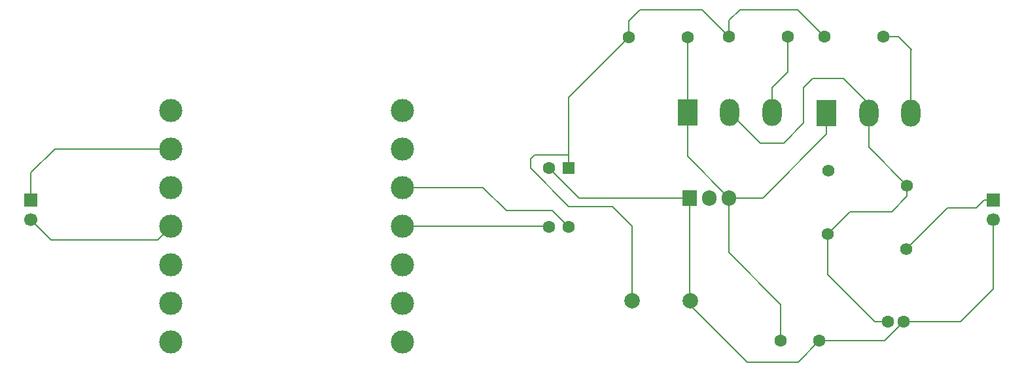
<source format=gbr>
%TF.GenerationSoftware,KiCad,Pcbnew,9.0.2*%
%TF.CreationDate,2025-07-04T12:24:24+05:30*%
%TF.ProjectId,qn1,716e312e-6b69-4636-9164-5f7063625858,rev?*%
%TF.SameCoordinates,Original*%
%TF.FileFunction,Copper,L1,Top*%
%TF.FilePolarity,Positive*%
%FSLAX46Y46*%
G04 Gerber Fmt 4.6, Leading zero omitted, Abs format (unit mm)*
G04 Created by KiCad (PCBNEW 9.0.2) date 2025-07-04 12:24:24*
%MOMM*%
%LPD*%
G01*
G04 APERTURE LIST*
G04 Aperture macros list*
%AMRoundRect*
0 Rectangle with rounded corners*
0 $1 Rounding radius*
0 $2 $3 $4 $5 $6 $7 $8 $9 X,Y pos of 4 corners*
0 Add a 4 corners polygon primitive as box body*
4,1,4,$2,$3,$4,$5,$6,$7,$8,$9,$2,$3,0*
0 Add four circle primitives for the rounded corners*
1,1,$1+$1,$2,$3*
1,1,$1+$1,$4,$5*
1,1,$1+$1,$6,$7*
1,1,$1+$1,$8,$9*
0 Add four rect primitives between the rounded corners*
20,1,$1+$1,$2,$3,$4,$5,0*
20,1,$1+$1,$4,$5,$6,$7,0*
20,1,$1+$1,$6,$7,$8,$9,0*
20,1,$1+$1,$8,$9,$2,$3,0*%
G04 Aperture macros list end*
%TA.AperFunction,ComponentPad*%
%ADD10C,1.600000*%
%TD*%
%TA.AperFunction,ComponentPad*%
%ADD11C,1.560000*%
%TD*%
%TA.AperFunction,ComponentPad*%
%ADD12R,1.700000X1.700000*%
%TD*%
%TA.AperFunction,ComponentPad*%
%ADD13C,1.700000*%
%TD*%
%TA.AperFunction,ComponentPad*%
%ADD14R,2.500000X3.500000*%
%TD*%
%TA.AperFunction,ComponentPad*%
%ADD15O,2.500000X3.500000*%
%TD*%
%TA.AperFunction,ComponentPad*%
%ADD16RoundRect,0.250000X-0.550000X0.550000X-0.550000X-0.550000X0.550000X-0.550000X0.550000X0.550000X0*%
%TD*%
%TA.AperFunction,ComponentPad*%
%ADD17C,2.000000*%
%TD*%
%TA.AperFunction,ComponentPad*%
%ADD18R,1.905000X2.000000*%
%TD*%
%TA.AperFunction,ComponentPad*%
%ADD19O,1.905000X2.000000*%
%TD*%
%TA.AperFunction,ComponentPad*%
%ADD20C,3.000000*%
%TD*%
%TA.AperFunction,Conductor*%
%ADD21C,0.200000*%
%TD*%
G04 APERTURE END LIST*
D10*
%TO.P,C3,1*%
%TO.N,Net-(Q1-C)*%
X185620000Y-97710000D03*
%TO.P,C3,2*%
%TO.N,GND*%
X187620000Y-97710000D03*
%TD*%
D11*
%TO.P,F2,1*%
%TO.N,Net-(Q1-C)*%
X177810000Y-86340000D03*
%TO.P,F2,2*%
%TO.N,Net-(J1-Pin_1)*%
X188010000Y-88240000D03*
%TD*%
D12*
%TO.P,J1,1,Pin_1*%
%TO.N,Net-(J1-Pin_1)*%
X199270000Y-81920000D03*
D13*
%TO.P,J1,2,Pin_2*%
%TO.N,GND*%
X199270000Y-84460000D03*
%TD*%
D11*
%TO.P,F1,1*%
%TO.N,Net-(U1-VO)*%
X177880000Y-78130000D03*
%TO.P,F1,2*%
%TO.N,Net-(Q1-C)*%
X188080000Y-80030000D03*
%TD*%
D14*
%TO.P,Q2,1,B*%
%TO.N,Net-(Q1-B)*%
X159680000Y-70570000D03*
D15*
%TO.P,Q2,2,C*%
%TO.N,Net-(Q1-C)*%
X165155000Y-70570000D03*
%TO.P,Q2,3,E*%
%TO.N,Net-(Q2-E)*%
X170630000Y-70570000D03*
%TD*%
D10*
%TO.P,R2,1*%
%TO.N,Net-(D1-+)*%
X165060000Y-60770000D03*
%TO.P,R2,2*%
%TO.N,Net-(Q2-E)*%
X172680000Y-60770000D03*
%TD*%
%TO.P,R1,1*%
%TO.N,Net-(D1-+)*%
X152090000Y-60860000D03*
%TO.P,R1,2*%
%TO.N,Net-(Q1-B)*%
X159710000Y-60860000D03*
%TD*%
D16*
%TO.P,D1,1,+*%
%TO.N,Net-(D1-+)*%
X144280000Y-77770000D03*
D10*
%TO.P,D1,2,-*%
%TO.N,GND*%
X141740000Y-77770000D03*
%TO.P,D1,3*%
%TO.N,Net-(T1-SB)*%
X141740000Y-85390000D03*
%TO.P,D1,4*%
%TO.N,Net-(T1-SA)*%
X144280000Y-85390000D03*
%TD*%
D17*
%TO.P,C1,1*%
%TO.N,Net-(D1-+)*%
X152530000Y-94990000D03*
%TO.P,C1,2*%
%TO.N,GND*%
X160030000Y-94990000D03*
%TD*%
D10*
%TO.P,C2,1*%
%TO.N,Net-(Q1-B)*%
X171760000Y-100170000D03*
%TO.P,C2,2*%
%TO.N,GND*%
X176760000Y-100170000D03*
%TD*%
D12*
%TO.P,J2,1,Pin_1*%
%TO.N,Net-(J2-Pin_1)*%
X74730000Y-81945000D03*
D13*
%TO.P,J2,2,Pin_2*%
%TO.N,Net-(J2-Pin_2)*%
X74730000Y-84485000D03*
%TD*%
D10*
%TO.P,R3,1*%
%TO.N,Net-(D1-+)*%
X177390000Y-60750000D03*
%TO.P,R3,2*%
%TO.N,Net-(Q1-E)*%
X185010000Y-60750000D03*
%TD*%
D18*
%TO.P,U1,1,GND*%
%TO.N,GND*%
X159980000Y-81650000D03*
D19*
%TO.P,U1,2,VO*%
%TO.N,Net-(U1-VO)*%
X162520000Y-81650000D03*
%TO.P,U1,3,VI*%
%TO.N,Net-(Q1-B)*%
X165060000Y-81650000D03*
%TD*%
D20*
%TO.P,T1,1,AA*%
%TO.N,Net-(J2-Pin_1)*%
X92830000Y-75330000D03*
%TO.P,T1,2,AB*%
%TO.N,Net-(J2-Pin_2)*%
X92830000Y-85330000D03*
%TO.P,T1,3,SA*%
%TO.N,Net-(T1-SA)*%
X122830000Y-80330000D03*
%TO.P,T1,4,SB*%
%TO.N,Net-(T1-SB)*%
X122830000Y-85330000D03*
%TO.P,T1,5*%
%TO.N,N/C*%
X92830000Y-80330000D03*
%TO.P,T1,6*%
X92830000Y-100330000D03*
%TO.P,T1,7*%
X92830000Y-70330000D03*
%TO.P,T1,8*%
X122830000Y-70330000D03*
%TO.P,T1,9*%
X122830000Y-75330000D03*
%TO.P,T1,10*%
X92830000Y-90330000D03*
%TO.P,T1,11*%
X92830000Y-95330000D03*
%TO.P,T1,12*%
X122830000Y-90330000D03*
%TO.P,T1,13*%
X122830000Y-95330000D03*
%TO.P,T1,14*%
X122830000Y-100330000D03*
%TD*%
D14*
%TO.P,Q1,1,B*%
%TO.N,Net-(Q1-B)*%
X177670000Y-70680000D03*
D15*
%TO.P,Q1,2,C*%
%TO.N,Net-(Q1-C)*%
X183145000Y-70680000D03*
%TO.P,Q1,3,E*%
%TO.N,Net-(Q1-E)*%
X188620000Y-70680000D03*
%TD*%
D21*
%TO.N,GND*%
X194980000Y-97710000D02*
X199260000Y-93430000D01*
X199260000Y-93430000D02*
X199260000Y-88360000D01*
X145620000Y-81650000D02*
X159980000Y-81650000D01*
X185160000Y-100170000D02*
X187620000Y-97710000D01*
X160030000Y-94720000D02*
X160030000Y-94990000D01*
X187620000Y-97710000D02*
X194980000Y-97710000D01*
X173980000Y-102950000D02*
X176760000Y-100170000D01*
X167420000Y-102950000D02*
X173980000Y-102950000D01*
X160030000Y-94990000D02*
X160030000Y-95600000D01*
X159980000Y-94670000D02*
X160030000Y-94720000D01*
X141740000Y-77770000D02*
X145620000Y-81650000D01*
X159980000Y-81650000D02*
X159980000Y-94670000D01*
X176760000Y-100170000D02*
X182700000Y-100170000D01*
X199260000Y-88360000D02*
X199270000Y-88350000D01*
X167380000Y-102950000D02*
X167420000Y-102950000D01*
X160030000Y-95600000D02*
X167380000Y-102950000D01*
X199270000Y-88350000D02*
X199270000Y-84460000D01*
X182700000Y-100170000D02*
X185160000Y-100170000D01*
%TO.N,Net-(D1-+)*%
X173900000Y-57260000D02*
X177390000Y-60750000D01*
X139380000Y-76580000D02*
X139900000Y-76060000D01*
X152480000Y-94670000D02*
X152480000Y-85280000D01*
X153530000Y-57300000D02*
X161590000Y-57300000D01*
X152530000Y-94720000D02*
X152480000Y-94670000D01*
X166450000Y-57260000D02*
X173900000Y-57260000D01*
X144280000Y-77770000D02*
X144280000Y-76080000D01*
X161590000Y-57300000D02*
X165060000Y-60770000D01*
X144280000Y-76080000D02*
X144280000Y-68670000D01*
X166450000Y-57260000D02*
X165060000Y-58650000D01*
X165060000Y-58650000D02*
X165060000Y-60770000D01*
X139380000Y-77790000D02*
X139380000Y-76580000D01*
X152090000Y-58740000D02*
X153530000Y-57300000D01*
X139900000Y-76060000D02*
X144260000Y-76060000D01*
X152090000Y-60860000D02*
X152090000Y-58740000D01*
X144330000Y-82740000D02*
X139380000Y-77790000D01*
X152530000Y-94990000D02*
X152530000Y-94720000D01*
X144260000Y-76060000D02*
X144280000Y-76080000D01*
X144280000Y-68670000D02*
X152090000Y-60860000D01*
X149940000Y-82740000D02*
X144330000Y-82740000D01*
X152480000Y-85280000D02*
X149940000Y-82740000D01*
%TO.N,Net-(Q1-B)*%
X159680000Y-76270000D02*
X165060000Y-81650000D01*
X165060000Y-81650000D02*
X169420000Y-81650000D01*
X169420000Y-81650000D02*
X177670000Y-73400000D01*
X171760000Y-95440000D02*
X165060000Y-88740000D01*
X177670000Y-73400000D02*
X177670000Y-70680000D01*
X159710000Y-60860000D02*
X159710000Y-70540000D01*
X165060000Y-88740000D02*
X165060000Y-81650000D01*
X171760000Y-100170000D02*
X171760000Y-95440000D01*
X159680000Y-70570000D02*
X159680000Y-76270000D01*
X159710000Y-70540000D02*
X159680000Y-70570000D01*
%TO.N,Net-(Q1-C)*%
X175860000Y-66200000D02*
X179890000Y-66200000D01*
X177810000Y-91620000D02*
X177810000Y-86340000D01*
X188080000Y-81460000D02*
X188080000Y-80030000D01*
X172160000Y-74530000D02*
X174720000Y-71970000D01*
X183145000Y-75095000D02*
X188080000Y-80030000D01*
X169115000Y-74530000D02*
X172160000Y-74530000D01*
X185620000Y-97710000D02*
X183900000Y-97710000D01*
X183145000Y-69455000D02*
X183145000Y-70680000D01*
X186120000Y-83420000D02*
X188080000Y-81460000D01*
X179890000Y-66200000D02*
X183145000Y-69455000D01*
X183900000Y-97710000D02*
X177810000Y-91620000D01*
X174720000Y-71970000D02*
X174720000Y-67340000D01*
X180730000Y-83420000D02*
X186120000Y-83420000D01*
X174720000Y-67340000D02*
X175860000Y-66200000D01*
X165155000Y-70570000D02*
X169115000Y-74530000D01*
X177810000Y-86340000D02*
X180730000Y-83420000D01*
X183145000Y-70680000D02*
X183145000Y-75095000D01*
%TO.N,Net-(T1-SA)*%
X122830000Y-80330000D02*
X133240000Y-80330000D01*
X133240000Y-80330000D02*
X136230000Y-83320000D01*
X136230000Y-83320000D02*
X142210000Y-83320000D01*
X142210000Y-83320000D02*
X144280000Y-85390000D01*
%TO.N,Net-(T1-SB)*%
X122830000Y-85330000D02*
X141680000Y-85330000D01*
X141680000Y-85330000D02*
X141740000Y-85390000D01*
%TO.N,Net-(J1-Pin_1)*%
X188010000Y-88240000D02*
X193290000Y-82960000D01*
X193290000Y-82960000D02*
X197030000Y-82960000D01*
X198070000Y-81920000D02*
X199270000Y-81920000D01*
X197030000Y-82960000D02*
X198070000Y-81920000D01*
%TO.N,Net-(Q1-E)*%
X185010000Y-60750000D02*
X186940000Y-60750000D01*
X186940000Y-60750000D02*
X188650000Y-62460000D01*
X188650000Y-62460000D02*
X188620000Y-62490000D01*
X188620000Y-62490000D02*
X188620000Y-70680000D01*
%TO.N,Net-(Q2-E)*%
X170630000Y-70570000D02*
X170630000Y-67400000D01*
X172680000Y-65350000D02*
X172680000Y-60770000D01*
X170630000Y-67400000D02*
X172680000Y-65350000D01*
%TO.N,Net-(J2-Pin_2)*%
X74730000Y-84485000D02*
X77305000Y-87060000D01*
X77305000Y-87060000D02*
X91100000Y-87060000D01*
X91100000Y-87060000D02*
X92830000Y-85330000D01*
%TO.N,Net-(J2-Pin_1)*%
X74730000Y-78410000D02*
X77810000Y-75330000D01*
X74730000Y-81945000D02*
X74730000Y-78410000D01*
X77810000Y-75330000D02*
X92830000Y-75330000D01*
%TD*%
M02*

</source>
